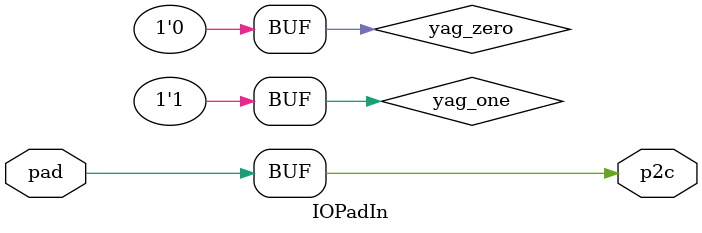
<source format=v>
/*                                                                      */
/*  Avertec Release v3.4p5 (64 bits on Linux 6.6.13+bpo-amd64)          */
/*  [AVT_only] host: fsdev                                              */
/*  [AVT_only] arch: x86_64                                             */
/*  [AVT_only] path: /opt/tasyag-3.4p5/bin/avt_shell                    */
/*  argv:                                                               */
/*                                                                      */
/*  User: verhaegs                                                      */
/*  Generation date Wed May 29 10:55:34 2024                            */
/*                                                                      */
/*  Verilog data flow description generated from `IOPadIn`              */
/*                                                                      */


`timescale 1 ps/1 ps

module IOPadIn (p2c, pad);

  output p2c;
  input  pad;

  wire LevelDown_padres_n;
  wire yag_zero;
  wire yag_one;

  assign yag_one = 1'b1;
  assign yag_zero = 1'b0;
  assign LevelDown_padres_n = ~(pad);

  assign p2c = ~(LevelDown_padres_n);

endmodule

</source>
